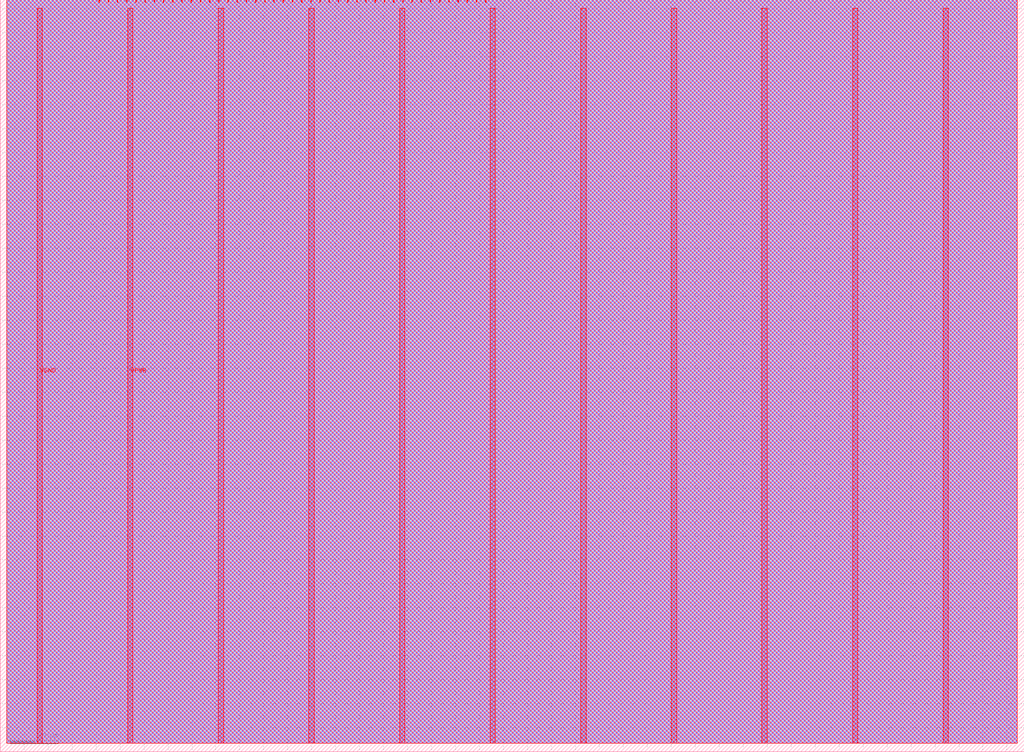
<source format=lef>
VERSION 5.8 ;
BUSBITCHARS "[]" ;
DIVIDERCHAR "/" ;
UNITS
    DATABASE MICRONS 1000 ;
END UNITS

VIA tt_um_jayjaywong12_via1_2_2200_440_1_5_410_410
  VIARULE via1Array ;
  CUTSIZE 0.19 0.19 ;
  LAYERS Metal1 Via1 Metal2 ;
  CUTSPACING 0.22 0.22 ;
  ENCLOSURE 0.01 0.125 0.05 0.005 ;
  ROWCOL 1 5 ;
END tt_um_jayjaywong12_via1_2_2200_440_1_5_410_410

VIA tt_um_jayjaywong12_via2_3_2200_440_1_5_410_410
  VIARULE via2Array ;
  CUTSIZE 0.19 0.19 ;
  LAYERS Metal2 Via2 Metal3 ;
  CUTSPACING 0.22 0.22 ;
  ENCLOSURE 0.05 0.005 0.005 0.05 ;
  ROWCOL 1 5 ;
END tt_um_jayjaywong12_via2_3_2200_440_1_5_410_410

VIA tt_um_jayjaywong12_via3_4_2200_440_1_5_410_410
  VIARULE via3Array ;
  CUTSIZE 0.19 0.19 ;
  LAYERS Metal3 Via3 Metal4 ;
  CUTSPACING 0.22 0.22 ;
  ENCLOSURE 0.005 0.05 0.05 0.005 ;
  ROWCOL 1 5 ;
END tt_um_jayjaywong12_via3_4_2200_440_1_5_410_410

VIA tt_um_jayjaywong12_via4_5_2200_440_1_5_410_410
  VIARULE via4Array ;
  CUTSIZE 0.19 0.19 ;
  LAYERS Metal4 Via4 Metal5 ;
  CUTSPACING 0.22 0.22 ;
  ENCLOSURE 0.05 0.005 0.185 0.05 ;
  ROWCOL 1 5 ;
END tt_um_jayjaywong12_via4_5_2200_440_1_5_410_410

MACRO tt_um_jayjaywong12
  FOREIGN tt_um_jayjaywong12 0 0 ;
  CLASS BLOCK ;
  SIZE 427.2 BY 313.74 ;
  PIN clk
    DIRECTION INPUT ;
    USE SIGNAL ;
    PORT
      LAYER Metal5 ;
        RECT  198.57 312.74 198.87 313.74 ;
    END
  END clk
  PIN ena
    DIRECTION INPUT ;
    USE SIGNAL ;
    PORT
      LAYER Metal5 ;
        RECT  202.41 312.74 202.71 313.74 ;
    END
  END ena
  PIN rst_n
    DIRECTION INPUT ;
    USE SIGNAL ;
    PORT
      LAYER Metal5 ;
        RECT  194.73 312.74 195.03 313.74 ;
    END
  END rst_n
  PIN ui_in[0]
    DIRECTION INPUT ;
    USE SIGNAL ;
    PORT
      LAYER Metal5 ;
        RECT  190.89 312.74 191.19 313.74 ;
    END
  END ui_in[0]
  PIN ui_in[1]
    DIRECTION INPUT ;
    USE SIGNAL ;
    PORT
      LAYER Metal5 ;
        RECT  187.05 312.74 187.35 313.74 ;
    END
  END ui_in[1]
  PIN ui_in[2]
    DIRECTION INPUT ;
    USE SIGNAL ;
    PORT
      LAYER Metal5 ;
        RECT  183.21 312.74 183.51 313.74 ;
    END
  END ui_in[2]
  PIN ui_in[3]
    DIRECTION INPUT ;
    USE SIGNAL ;
    PORT
      LAYER Metal5 ;
        RECT  179.37 312.74 179.67 313.74 ;
    END
  END ui_in[3]
  PIN ui_in[4]
    DIRECTION INPUT ;
    USE SIGNAL ;
    PORT
      LAYER Metal5 ;
        RECT  175.53 312.74 175.83 313.74 ;
    END
  END ui_in[4]
  PIN ui_in[5]
    DIRECTION INPUT ;
    USE SIGNAL ;
    PORT
      LAYER Metal5 ;
        RECT  171.69 312.74 171.99 313.74 ;
    END
  END ui_in[5]
  PIN ui_in[6]
    DIRECTION INPUT ;
    USE SIGNAL ;
    PORT
      LAYER Metal5 ;
        RECT  167.85 312.74 168.15 313.74 ;
    END
  END ui_in[6]
  PIN ui_in[7]
    DIRECTION INPUT ;
    USE SIGNAL ;
    PORT
      LAYER Metal5 ;
        RECT  164.01 312.74 164.31 313.74 ;
    END
  END ui_in[7]
  PIN uio_in[0]
    DIRECTION INPUT ;
    USE SIGNAL ;
    PORT
      LAYER Metal5 ;
        RECT  160.17 312.74 160.47 313.74 ;
    END
  END uio_in[0]
  PIN uio_in[1]
    DIRECTION INPUT ;
    USE SIGNAL ;
    PORT
      LAYER Metal5 ;
        RECT  156.33 312.74 156.63 313.74 ;
    END
  END uio_in[1]
  PIN uio_in[2]
    DIRECTION INPUT ;
    USE SIGNAL ;
    PORT
      LAYER Metal5 ;
        RECT  152.49 312.74 152.79 313.74 ;
    END
  END uio_in[2]
  PIN uio_in[3]
    DIRECTION INPUT ;
    USE SIGNAL ;
    PORT
      LAYER Metal5 ;
        RECT  148.65 312.74 148.95 313.74 ;
    END
  END uio_in[3]
  PIN uio_in[4]
    DIRECTION INPUT ;
    USE SIGNAL ;
    PORT
      LAYER Metal5 ;
        RECT  144.81 312.74 145.11 313.74 ;
    END
  END uio_in[4]
  PIN uio_in[5]
    DIRECTION INPUT ;
    USE SIGNAL ;
    PORT
      LAYER Metal5 ;
        RECT  140.97 312.74 141.27 313.74 ;
    END
  END uio_in[5]
  PIN uio_in[6]
    DIRECTION INPUT ;
    USE SIGNAL ;
    PORT
      LAYER Metal5 ;
        RECT  137.13 312.74 137.43 313.74 ;
    END
  END uio_in[6]
  PIN uio_in[7]
    DIRECTION INPUT ;
    USE SIGNAL ;
    PORT
      LAYER Metal5 ;
        RECT  133.29 312.74 133.59 313.74 ;
    END
  END uio_in[7]
  PIN uio_oe[0]
    DIRECTION OUTPUT ;
    USE SIGNAL ;
    PORT
      LAYER Metal5 ;
        RECT  68.01 312.74 68.31 313.74 ;
    END
  END uio_oe[0]
  PIN uio_oe[1]
    DIRECTION OUTPUT ;
    USE SIGNAL ;
    PORT
      LAYER Metal5 ;
        RECT  64.17 312.74 64.47 313.74 ;
    END
  END uio_oe[1]
  PIN uio_oe[2]
    DIRECTION OUTPUT ;
    USE SIGNAL ;
    PORT
      LAYER Metal5 ;
        RECT  60.33 312.74 60.63 313.74 ;
    END
  END uio_oe[2]
  PIN uio_oe[3]
    DIRECTION OUTPUT ;
    USE SIGNAL ;
    PORT
      LAYER Metal5 ;
        RECT  56.49 312.74 56.79 313.74 ;
    END
  END uio_oe[3]
  PIN uio_oe[4]
    DIRECTION OUTPUT ;
    USE SIGNAL ;
    PORT
      LAYER Metal5 ;
        RECT  52.65 312.74 52.95 313.74 ;
    END
  END uio_oe[4]
  PIN uio_oe[5]
    DIRECTION OUTPUT ;
    USE SIGNAL ;
    PORT
      LAYER Metal5 ;
        RECT  48.81 312.74 49.11 313.74 ;
    END
  END uio_oe[5]
  PIN uio_oe[6]
    DIRECTION OUTPUT ;
    USE SIGNAL ;
    PORT
      LAYER Metal5 ;
        RECT  44.97 312.74 45.27 313.74 ;
    END
  END uio_oe[6]
  PIN uio_oe[7]
    DIRECTION OUTPUT ;
    USE SIGNAL ;
    PORT
      LAYER Metal5 ;
        RECT  41.13 312.74 41.43 313.74 ;
    END
  END uio_oe[7]
  PIN uio_out[0]
    DIRECTION OUTPUT ;
    USE SIGNAL ;
    PORT
      LAYER Metal5 ;
        RECT  98.73 312.74 99.03 313.74 ;
    END
  END uio_out[0]
  PIN uio_out[1]
    DIRECTION OUTPUT ;
    USE SIGNAL ;
    PORT
      LAYER Metal5 ;
        RECT  94.89 312.74 95.19 313.74 ;
    END
  END uio_out[1]
  PIN uio_out[2]
    DIRECTION OUTPUT ;
    USE SIGNAL ;
    PORT
      LAYER Metal5 ;
        RECT  91.05 312.74 91.35 313.74 ;
    END
  END uio_out[2]
  PIN uio_out[3]
    DIRECTION OUTPUT ;
    USE SIGNAL ;
    PORT
      LAYER Metal5 ;
        RECT  87.21 312.74 87.51 313.74 ;
    END
  END uio_out[3]
  PIN uio_out[4]
    DIRECTION OUTPUT ;
    USE SIGNAL ;
    PORT
      LAYER Metal5 ;
        RECT  83.37 312.74 83.67 313.74 ;
    END
  END uio_out[4]
  PIN uio_out[5]
    DIRECTION OUTPUT ;
    USE SIGNAL ;
    PORT
      LAYER Metal5 ;
        RECT  79.53 312.74 79.83 313.74 ;
    END
  END uio_out[5]
  PIN uio_out[6]
    DIRECTION OUTPUT ;
    USE SIGNAL ;
    PORT
      LAYER Metal5 ;
        RECT  75.69 312.74 75.99 313.74 ;
    END
  END uio_out[6]
  PIN uio_out[7]
    DIRECTION OUTPUT ;
    USE SIGNAL ;
    PORT
      LAYER Metal5 ;
        RECT  71.85 312.74 72.15 313.74 ;
    END
  END uio_out[7]
  PIN uo_out[0]
    DIRECTION OUTPUT ;
    USE SIGNAL ;
    PORT
      LAYER Metal5 ;
        RECT  129.45 312.74 129.75 313.74 ;
    END
  END uo_out[0]
  PIN uo_out[1]
    DIRECTION OUTPUT ;
    USE SIGNAL ;
    PORT
      LAYER Metal5 ;
        RECT  125.61 312.74 125.91 313.74 ;
    END
  END uo_out[1]
  PIN uo_out[2]
    DIRECTION OUTPUT ;
    USE SIGNAL ;
    PORT
      LAYER Metal5 ;
        RECT  121.77 312.74 122.07 313.74 ;
    END
  END uo_out[2]
  PIN uo_out[3]
    DIRECTION OUTPUT ;
    USE SIGNAL ;
    PORT
      LAYER Metal5 ;
        RECT  117.93 312.74 118.23 313.74 ;
    END
  END uo_out[3]
  PIN uo_out[4]
    DIRECTION OUTPUT ;
    USE SIGNAL ;
    PORT
      LAYER Metal5 ;
        RECT  114.09 312.74 114.39 313.74 ;
    END
  END uo_out[4]
  PIN uo_out[5]
    DIRECTION OUTPUT ;
    USE SIGNAL ;
    PORT
      LAYER Metal5 ;
        RECT  110.25 312.74 110.55 313.74 ;
    END
  END uo_out[5]
  PIN uo_out[6]
    DIRECTION OUTPUT ;
    USE SIGNAL ;
    PORT
      LAYER Metal5 ;
        RECT  106.41 312.74 106.71 313.74 ;
    END
  END uo_out[6]
  PIN uo_out[7]
    DIRECTION OUTPUT ;
    USE SIGNAL ;
    PORT
      LAYER Metal5 ;
        RECT  102.57 312.74 102.87 313.74 ;
    END
  END uo_out[7]
  PIN VGND
    DIRECTION INOUT ;
    USE GROUND ;
    PORT
      LAYER Metal5 ;
        RECT  393.38 3.56 395.58 310.18 ;
        RECT  317.78 3.56 319.98 310.18 ;
        RECT  242.18 3.56 244.38 310.18 ;
        RECT  166.58 3.56 168.78 310.18 ;
        RECT  90.98 3.56 93.18 310.18 ;
        RECT  15.38 3.56 17.58 310.18 ;
    END
  END VGND
  PIN VPWR
    DIRECTION INOUT ;
    USE POWER ;
    PORT
      LAYER Metal5 ;
        RECT  355.58 3.56 357.78 310.18 ;
        RECT  279.98 3.56 282.18 310.18 ;
        RECT  204.38 3.56 206.58 310.18 ;
        RECT  128.78 3.56 130.98 310.18 ;
        RECT  53.18 3.56 55.38 310.18 ;
    END
  END VPWR
  OBS
    LAYER Metal1 ;
     RECT  2.735 3.56 424.32 313.74 ;
    LAYER Metal2 ;
     RECT  2.735 3.56 424.32 313.74 ;
    LAYER Metal3 ;
     RECT  2.735 3.56 424.32 313.74 ;
    LAYER Metal4 ;
     RECT  2.735 3.56 424.32 313.74 ;
    LAYER Metal5 ;
     RECT  2.735 3.56 424.32 313.74 ;
  END
END tt_um_jayjaywong12
END LIBRARY

</source>
